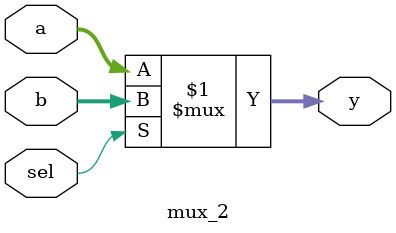
<source format=sv>
`timescale 1ns / 1ps

module mux_2 #(parameter W = 32)(
    input   logic           sel,
    input   logic   [W-1:0] a,
    input   logic   [W-1:0] b,
    output  logic   [W-1:0] y
);  
    assign y = sel ? b : a;  
endmodule
</source>
